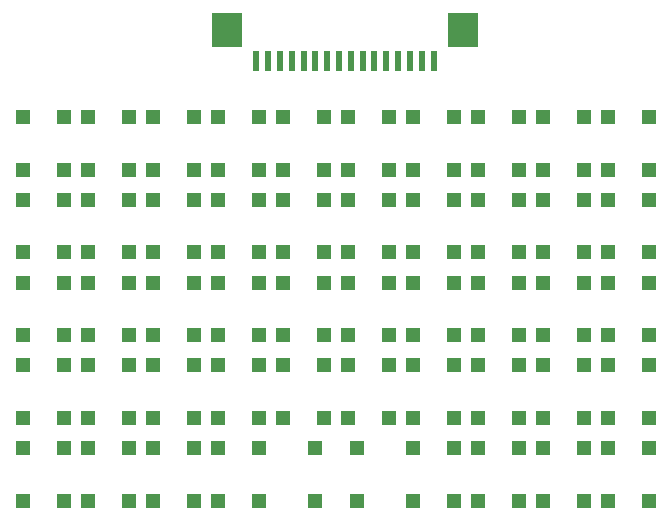
<source format=gbr>
%TF.GenerationSoftware,KiCad,Pcbnew,8.0.6-1.fc40*%
%TF.CreationDate,2025-02-15T15:48:19+01:00*%
%TF.ProjectId,airMouse-keyboard,6169724d-6f75-4736-952d-6b6579626f61,RC1*%
%TF.SameCoordinates,Original*%
%TF.FileFunction,Paste,Top*%
%TF.FilePolarity,Positive*%
%FSLAX46Y46*%
G04 Gerber Fmt 4.6, Leading zero omitted, Abs format (unit mm)*
G04 Created by KiCad (PCBNEW 8.0.6-1.fc40) date 2025-02-15 15:48:19*
%MOMM*%
%LPD*%
G01*
G04 APERTURE LIST*
%ADD10R,0.600000X1.800000*%
%ADD11R,2.500000X3.000000*%
%ADD12R,1.200000X1.200000*%
G04 APERTURE END LIST*
D10*
%TO.C,J1*%
X121250000Y-80400000D03*
X120250000Y-80400000D03*
X119250000Y-80400000D03*
X118250000Y-80400000D03*
X117250000Y-80400000D03*
X116250000Y-80400000D03*
X115250000Y-80400000D03*
X114250000Y-80400000D03*
X113250000Y-80400000D03*
X112250000Y-80400000D03*
X111250000Y-80400000D03*
X110250000Y-80400000D03*
X109250000Y-80400000D03*
X108250000Y-80400000D03*
X107250000Y-80400000D03*
X106250000Y-80400000D03*
D11*
X123750000Y-77800000D03*
X103750000Y-77800000D03*
%TD*%
D12*
%TO.C,SW24*%
X103000000Y-99175000D03*
X103000000Y-103625000D03*
X106500000Y-99175000D03*
X106500000Y-103625000D03*
%TD*%
%TO.C,SW9*%
X130500000Y-85175000D03*
X130500000Y-89625000D03*
X134000000Y-85175000D03*
X134000000Y-89625000D03*
%TD*%
%TO.C,SW44*%
X103000000Y-113175000D03*
X103000000Y-117625000D03*
X106500000Y-113175000D03*
X106500000Y-117625000D03*
%TD*%
%TO.C,SW33*%
X97500000Y-106175000D03*
X97500000Y-110625000D03*
X101000000Y-106175000D03*
X101000000Y-110625000D03*
%TD*%
%TO.C,SW3*%
X97500000Y-85175000D03*
X97500000Y-89625000D03*
X101000000Y-85175000D03*
X101000000Y-89625000D03*
%TD*%
%TO.C,SW1*%
X86500000Y-85175000D03*
X86500000Y-89625000D03*
X90000000Y-85175000D03*
X90000000Y-89625000D03*
%TD*%
%TO.C,SW16*%
X114000000Y-92175000D03*
X114000000Y-96625000D03*
X117500000Y-92175000D03*
X117500000Y-96625000D03*
%TD*%
%TO.C,SW32*%
X92000000Y-106175000D03*
X92000000Y-110625000D03*
X95500000Y-106175000D03*
X95500000Y-110625000D03*
%TD*%
%TO.C,SW28*%
X125000000Y-99175000D03*
X125000000Y-103625000D03*
X128500000Y-99175000D03*
X128500000Y-103625000D03*
%TD*%
%TO.C,SW46*%
X119500000Y-113175000D03*
X119500000Y-117625000D03*
X123000000Y-113175000D03*
X123000000Y-117625000D03*
%TD*%
%TO.C,SW37*%
X119500000Y-106175000D03*
X119500000Y-110625000D03*
X123000000Y-106175000D03*
X123000000Y-110625000D03*
%TD*%
%TO.C,SW5*%
X108500000Y-85175000D03*
X108500000Y-89625000D03*
X112000000Y-85175000D03*
X112000000Y-89625000D03*
%TD*%
%TO.C,SW10*%
X136000000Y-85175000D03*
X136000000Y-89625000D03*
X139500000Y-85175000D03*
X139500000Y-89625000D03*
%TD*%
%TO.C,SW17*%
X119500000Y-92175000D03*
X119500000Y-96625000D03*
X123000000Y-92175000D03*
X123000000Y-96625000D03*
%TD*%
%TO.C,SW19*%
X130500000Y-92175000D03*
X130500000Y-96625000D03*
X134000000Y-92175000D03*
X134000000Y-96625000D03*
%TD*%
%TO.C,SW41*%
X86500000Y-113175000D03*
X86500000Y-117625000D03*
X90000000Y-113175000D03*
X90000000Y-117625000D03*
%TD*%
%TO.C,SW26*%
X114000000Y-99175000D03*
X114000000Y-103625000D03*
X117500000Y-99175000D03*
X117500000Y-103625000D03*
%TD*%
%TO.C,SW49*%
X136000000Y-113175000D03*
X136000000Y-117625000D03*
X139500000Y-113175000D03*
X139500000Y-117625000D03*
%TD*%
%TO.C,SW31*%
X86500000Y-106175000D03*
X86500000Y-110625000D03*
X90000000Y-106175000D03*
X90000000Y-110625000D03*
%TD*%
%TO.C,SW45*%
X111250000Y-113175000D03*
X111250000Y-117625000D03*
X114750000Y-113175000D03*
X114750000Y-117625000D03*
%TD*%
%TO.C,SW2*%
X92000000Y-85175000D03*
X92000000Y-89625000D03*
X95500000Y-85175000D03*
X95500000Y-89625000D03*
%TD*%
%TO.C,SW6*%
X114000000Y-85175000D03*
X114000000Y-89625000D03*
X117500000Y-85175000D03*
X117500000Y-89625000D03*
%TD*%
%TO.C,SW39*%
X130500000Y-106175000D03*
X130500000Y-110625000D03*
X134000000Y-106175000D03*
X134000000Y-110625000D03*
%TD*%
%TO.C,SW4*%
X103000000Y-85175000D03*
X103000000Y-89625000D03*
X106500000Y-85175000D03*
X106500000Y-89625000D03*
%TD*%
%TO.C,SW25*%
X108500000Y-99175000D03*
X108500000Y-103625000D03*
X112000000Y-99175000D03*
X112000000Y-103625000D03*
%TD*%
%TO.C,SW21*%
X86500000Y-99175000D03*
X86500000Y-103625000D03*
X90000000Y-99175000D03*
X90000000Y-103625000D03*
%TD*%
%TO.C,SW13*%
X97500000Y-92175000D03*
X97500000Y-96625000D03*
X101000000Y-92175000D03*
X101000000Y-96625000D03*
%TD*%
%TO.C,SW48*%
X130500000Y-113175000D03*
X130500000Y-117625000D03*
X134000000Y-113175000D03*
X134000000Y-117625000D03*
%TD*%
%TO.C,SW18*%
X125000000Y-92175000D03*
X125000000Y-96625000D03*
X128500000Y-92175000D03*
X128500000Y-96625000D03*
%TD*%
%TO.C,SW34*%
X103000000Y-106175000D03*
X103000000Y-110625000D03*
X106500000Y-106175000D03*
X106500000Y-110625000D03*
%TD*%
%TO.C,SW23*%
X97500000Y-99175000D03*
X97500000Y-103625000D03*
X101000000Y-99175000D03*
X101000000Y-103625000D03*
%TD*%
%TO.C,SW20*%
X136000000Y-92175000D03*
X136000000Y-96625000D03*
X139500000Y-92175000D03*
X139500000Y-96625000D03*
%TD*%
%TO.C,SW27*%
X119500000Y-99175000D03*
X119500000Y-103625000D03*
X123000000Y-99175000D03*
X123000000Y-103625000D03*
%TD*%
%TO.C,SW11*%
X86500000Y-92175000D03*
X86500000Y-96625000D03*
X90000000Y-92175000D03*
X90000000Y-96625000D03*
%TD*%
%TO.C,SW38*%
X125000000Y-106175000D03*
X125000000Y-110625000D03*
X128500000Y-106175000D03*
X128500000Y-110625000D03*
%TD*%
%TO.C,SW36*%
X114000000Y-106175000D03*
X114000000Y-110625000D03*
X117500000Y-106175000D03*
X117500000Y-110625000D03*
%TD*%
%TO.C,SW8*%
X125000000Y-85175000D03*
X125000000Y-89625000D03*
X128500000Y-85175000D03*
X128500000Y-89625000D03*
%TD*%
%TO.C,SW7*%
X119500000Y-85175000D03*
X119500000Y-89625000D03*
X123000000Y-85175000D03*
X123000000Y-89625000D03*
%TD*%
%TO.C,SW29*%
X130500000Y-99175000D03*
X130500000Y-103625000D03*
X134000000Y-99175000D03*
X134000000Y-103625000D03*
%TD*%
%TO.C,SW42*%
X92000000Y-113175000D03*
X92000000Y-117625000D03*
X95500000Y-113175000D03*
X95500000Y-117625000D03*
%TD*%
%TO.C,SW47*%
X125000000Y-113175000D03*
X125000000Y-117625000D03*
X128500000Y-113175000D03*
X128500000Y-117625000D03*
%TD*%
%TO.C,SW22*%
X92000000Y-99175000D03*
X92000000Y-103625000D03*
X95500000Y-99175000D03*
X95500000Y-103625000D03*
%TD*%
%TO.C,SW35*%
X108500000Y-106175000D03*
X108500000Y-110625000D03*
X112000000Y-106175000D03*
X112000000Y-110625000D03*
%TD*%
%TO.C,SW40*%
X136000000Y-106175000D03*
X136000000Y-110625000D03*
X139500000Y-106175000D03*
X139500000Y-110625000D03*
%TD*%
%TO.C,SW15*%
X108500000Y-92175000D03*
X108500000Y-96625000D03*
X112000000Y-92175000D03*
X112000000Y-96625000D03*
%TD*%
%TO.C,SW30*%
X136000000Y-99175000D03*
X136000000Y-103625000D03*
X139500000Y-99175000D03*
X139500000Y-103625000D03*
%TD*%
%TO.C,SW43*%
X97500000Y-113175000D03*
X97500000Y-117625000D03*
X101000000Y-113175000D03*
X101000000Y-117625000D03*
%TD*%
%TO.C,SW12*%
X92000000Y-92175000D03*
X92000000Y-96625000D03*
X95500000Y-92175000D03*
X95500000Y-96625000D03*
%TD*%
%TO.C,SW14*%
X103000000Y-92175000D03*
X103000000Y-96625000D03*
X106500000Y-92175000D03*
X106500000Y-96625000D03*
%TD*%
M02*

</source>
